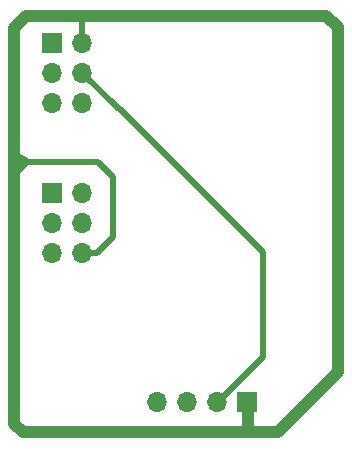
<source format=gbr>
%TF.GenerationSoftware,KiCad,Pcbnew,(6.0.4)*%
%TF.CreationDate,2023-01-02T17:26:25-06:00*%
%TF.ProjectId,FordOilPressure,466f7264-4f69-46c5-9072-657373757265,rev?*%
%TF.SameCoordinates,Original*%
%TF.FileFunction,Copper,L2,Bot*%
%TF.FilePolarity,Positive*%
%FSLAX46Y46*%
G04 Gerber Fmt 4.6, Leading zero omitted, Abs format (unit mm)*
G04 Created by KiCad (PCBNEW (6.0.4)) date 2023-01-02 17:26:25*
%MOMM*%
%LPD*%
G01*
G04 APERTURE LIST*
%TA.AperFunction,ComponentPad*%
%ADD10R,1.700000X1.700000*%
%TD*%
%TA.AperFunction,ComponentPad*%
%ADD11O,1.700000X1.700000*%
%TD*%
%TA.AperFunction,ViaPad*%
%ADD12C,0.800000*%
%TD*%
%TA.AperFunction,Conductor*%
%ADD13C,0.500000*%
%TD*%
%TA.AperFunction,Conductor*%
%ADD14C,0.250000*%
%TD*%
%TA.AperFunction,Conductor*%
%ADD15C,1.000000*%
%TD*%
G04 APERTURE END LIST*
D10*
%TO.P,J2,1,Pin_1*%
%TO.N,Net-(R2-Pad1)*%
X17775000Y-27955000D03*
D11*
%TO.P,J2,2,Pin_2*%
%TO.N,Net-(C2-Pad1)*%
X20315000Y-27955000D03*
%TO.P,J2,3,Pin_3*%
%TO.N,Net-(J3-Pad3)*%
X17775000Y-30495000D03*
%TO.P,J2,4,Pin_4*%
%TO.N,Net-(J3-Pad4)*%
X20315000Y-30495000D03*
%TO.P,J2,5,Pin_5*%
%TO.N,Net-(J2-Pad5)*%
X17775000Y-33035000D03*
%TO.P,J2,6,Pin_6*%
%TO.N,GND*%
X20315000Y-33035000D03*
%TD*%
D10*
%TO.P,J1,1,Pin_1*%
%TO.N,Net-(D1-Pad2)*%
X17775000Y-15255000D03*
D11*
%TO.P,J1,2,Pin_2*%
%TO.N,GND*%
X20315000Y-15255000D03*
%TO.P,J1,3,Pin_3*%
%TO.N,Net-(J1-Pad3)*%
X17775000Y-17795000D03*
%TO.P,J1,4,Pin_4*%
%TO.N,Net-(C2-Pad1)*%
X20315000Y-17795000D03*
%TO.P,J1,5,Pin_5*%
%TO.N,GND*%
X17775000Y-20335000D03*
%TO.P,J1,6,Pin_6*%
%TO.N,Net-(J1-Pad6)*%
X20315000Y-20335000D03*
%TD*%
%TO.P,J3,4,Pin_4*%
%TO.N,Net-(J3-Pad4)*%
X26660000Y-45720000D03*
%TO.P,J3,3,Pin_3*%
%TO.N,Net-(J3-Pad3)*%
X29200000Y-45720000D03*
%TO.P,J3,2,Pin_2*%
%TO.N,Net-(C2-Pad1)*%
X31740000Y-45720000D03*
D10*
%TO.P,J3,1,Pin_1*%
%TO.N,GND*%
X34280000Y-45720000D03*
%TD*%
D12*
%TO.N,GND*%
X14540481Y-22289519D03*
X41910000Y-35560000D03*
%TD*%
D13*
%TO.N,Net-(C2-Pad1)*%
X31750000Y-45720000D02*
X31740000Y-45720000D01*
X35560000Y-41910000D02*
X31750000Y-45720000D01*
X35560000Y-33020000D02*
X35560000Y-41910000D01*
X23454519Y-20914519D02*
X35560000Y-33020000D01*
D14*
X23434519Y-20914519D02*
X23454519Y-20914519D01*
D13*
X20315000Y-17795000D02*
X23434519Y-20914519D01*
%TO.N,GND*%
X20315000Y-12986845D02*
X20310198Y-12982043D01*
X20315000Y-15255000D02*
X20315000Y-12986845D01*
D14*
X20315000Y-12695000D02*
X20269719Y-12649719D01*
D13*
X22860000Y-26670000D02*
X21590000Y-25400000D01*
X21590000Y-25400000D02*
X15240000Y-25400000D01*
X22860000Y-31750000D02*
X22860000Y-26670000D01*
X20315000Y-33035000D02*
X21575000Y-33035000D01*
X21575000Y-33035000D02*
X22860000Y-31750000D01*
D15*
X40960480Y-13020480D02*
X41910000Y-13970000D01*
X15554520Y-13020480D02*
X40960480Y-13020480D01*
X41910000Y-13970000D02*
X41910000Y-35560000D01*
X14540481Y-14034519D02*
X15554520Y-13020480D01*
X14540481Y-22289519D02*
X14540481Y-14034519D01*
X41910000Y-43180000D02*
X36840000Y-48250000D01*
X36840000Y-48250000D02*
X34300000Y-48250000D01*
X41910000Y-35560000D02*
X41910000Y-43180000D01*
X15110962Y-25400000D02*
X14540481Y-24829519D01*
X14540481Y-24829519D02*
X14540481Y-22289519D01*
X14540481Y-26099519D02*
X14540481Y-24829519D01*
D14*
X41711025Y-30281025D02*
X41910000Y-30480000D01*
D15*
X15240000Y-25400000D02*
X14540481Y-26099519D01*
X14540481Y-47560481D02*
X14540481Y-26099519D01*
X15240000Y-48260000D02*
X14540481Y-47560481D01*
X34290000Y-48260000D02*
X15240000Y-48260000D01*
D13*
X34300000Y-48250000D02*
X34290000Y-48260000D01*
D15*
X34300000Y-45720000D02*
X34300000Y-48250000D01*
%TD*%
M02*

</source>
